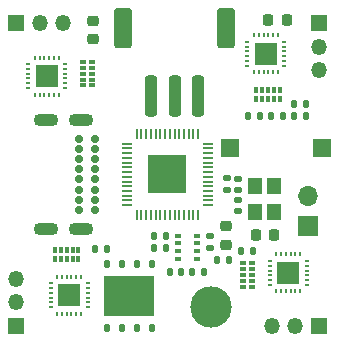
<source format=gbr>
%TF.GenerationSoftware,KiCad,Pcbnew,7.0.6*%
%TF.CreationDate,2023-07-24T08:09:00-07:00*%
%TF.ProjectId,minidrone,6d696e69-6472-46f6-9e65-2e6b69636164,rev?*%
%TF.SameCoordinates,Original*%
%TF.FileFunction,Soldermask,Top*%
%TF.FilePolarity,Negative*%
%FSLAX46Y46*%
G04 Gerber Fmt 4.6, Leading zero omitted, Abs format (unit mm)*
G04 Created by KiCad (PCBNEW 7.0.6) date 2023-07-24 08:09:00*
%MOMM*%
%LPD*%
G01*
G04 APERTURE LIST*
G04 Aperture macros list*
%AMRoundRect*
0 Rectangle with rounded corners*
0 $1 Rounding radius*
0 $2 $3 $4 $5 $6 $7 $8 $9 X,Y pos of 4 corners*
0 Add a 4 corners polygon primitive as box body*
4,1,4,$2,$3,$4,$5,$6,$7,$8,$9,$2,$3,0*
0 Add four circle primitives for the rounded corners*
1,1,$1+$1,$2,$3*
1,1,$1+$1,$4,$5*
1,1,$1+$1,$6,$7*
1,1,$1+$1,$8,$9*
0 Add four rect primitives between the rounded corners*
20,1,$1+$1,$2,$3,$4,$5,0*
20,1,$1+$1,$4,$5,$6,$7,0*
20,1,$1+$1,$6,$7,$8,$9,0*
20,1,$1+$1,$8,$9,$2,$3,0*%
G04 Aperture macros list end*
%ADD10C,3.500000*%
%ADD11R,1.900000X1.900000*%
%ADD12O,0.470000X0.200000*%
%ADD13O,0.200000X0.470000*%
%ADD14R,1.200000X1.400000*%
%ADD15R,0.500000X0.350000*%
%ADD16RoundRect,0.125000X0.125000X-0.250000X0.125000X0.250000X-0.125000X0.250000X-0.125000X-0.250000X0*%
%ADD17R,4.300000X3.400000*%
%ADD18R,0.550000X0.300000*%
%ADD19R,0.550000X0.400000*%
%ADD20R,0.300000X0.550000*%
%ADD21R,0.400000X0.550000*%
%ADD22RoundRect,0.050000X0.050000X-0.387500X0.050000X0.387500X-0.050000X0.387500X-0.050000X-0.387500X0*%
%ADD23RoundRect,0.050000X0.387500X-0.050000X0.387500X0.050000X-0.387500X0.050000X-0.387500X-0.050000X0*%
%ADD24R,3.200000X3.200000*%
%ADD25R,1.500000X1.500000*%
%ADD26RoundRect,0.135000X0.135000X0.185000X-0.135000X0.185000X-0.135000X-0.185000X0.135000X-0.185000X0*%
%ADD27RoundRect,0.135000X-0.135000X-0.185000X0.135000X-0.185000X0.135000X0.185000X-0.135000X0.185000X0*%
%ADD28RoundRect,0.135000X-0.185000X0.135000X-0.185000X-0.135000X0.185000X-0.135000X0.185000X0.135000X0*%
%ADD29R,1.700000X1.700000*%
%ADD30O,1.700000X1.700000*%
%ADD31RoundRect,0.250001X0.499999X1.449999X-0.499999X1.449999X-0.499999X-1.449999X0.499999X-1.449999X0*%
%ADD32RoundRect,0.250000X0.250000X1.500000X-0.250000X1.500000X-0.250000X-1.500000X0.250000X-1.500000X0*%
%ADD33O,2.100000X1.100000*%
%ADD34C,0.700000*%
%ADD35R,1.350000X1.350000*%
%ADD36O,1.350000X1.350000*%
%ADD37RoundRect,0.218750X0.218750X0.256250X-0.218750X0.256250X-0.218750X-0.256250X0.218750X-0.256250X0*%
%ADD38RoundRect,0.218750X0.256250X-0.218750X0.256250X0.218750X-0.256250X0.218750X-0.256250X-0.218750X0*%
%ADD39RoundRect,0.140000X-0.140000X-0.170000X0.140000X-0.170000X0.140000X0.170000X-0.140000X0.170000X0*%
%ADD40RoundRect,0.140000X0.140000X0.170000X-0.140000X0.170000X-0.140000X-0.170000X0.140000X-0.170000X0*%
%ADD41RoundRect,0.140000X-0.170000X0.140000X-0.170000X-0.140000X0.170000X-0.140000X0.170000X0.140000X0*%
G04 APERTURE END LIST*
D10*
%TO.C,REF\u002A\u002A*%
X150685800Y-78412600D03*
%TD*%
D11*
%TO.C,U7*%
X138636400Y-77380800D03*
D12*
X140201400Y-76380800D03*
X140201400Y-76780800D03*
X140201400Y-77180800D03*
X140201400Y-77580800D03*
X140201400Y-77980800D03*
X140201400Y-78380800D03*
D13*
X139636400Y-78945800D03*
X139236400Y-78945800D03*
X138836400Y-78945800D03*
X138436400Y-78945800D03*
X138036400Y-78945800D03*
X137636400Y-78945800D03*
D12*
X137071400Y-78380800D03*
X137071400Y-77980800D03*
X137071400Y-77580800D03*
X137071400Y-77180800D03*
X137071400Y-76780800D03*
X137071400Y-76380800D03*
D13*
X137636400Y-75815800D03*
X138036400Y-75815800D03*
X138436400Y-75815800D03*
X138836400Y-75815800D03*
X139236400Y-75815800D03*
X139636400Y-75815800D03*
%TD*%
D14*
%TO.C,Y2*%
X154366900Y-68145300D03*
X154366900Y-70345300D03*
X155966900Y-70345300D03*
X155966900Y-68145300D03*
%TD*%
D15*
%TO.C,U15*%
X147882000Y-74282500D03*
X147882000Y-73632500D03*
X147882000Y-72982500D03*
X147882000Y-72332500D03*
X149482000Y-72332500D03*
X149482000Y-72982500D03*
X149482000Y-73632500D03*
X149482000Y-74282500D03*
%TD*%
D16*
%TO.C,U13*%
X141831100Y-80144800D03*
X143101100Y-80144800D03*
X144371100Y-80144800D03*
X145641100Y-80144800D03*
X145641100Y-74744800D03*
X144371100Y-74744800D03*
X143101100Y-74744800D03*
X141831100Y-74744800D03*
D17*
X143736100Y-77444800D03*
%TD*%
D12*
%TO.C,U9*%
X138315400Y-59826800D03*
X138315400Y-59426800D03*
X138315400Y-59026800D03*
X138315400Y-58626800D03*
X138315400Y-58226800D03*
X138315400Y-57826800D03*
D13*
X137750400Y-57261800D03*
X137350400Y-57261800D03*
X136950400Y-57261800D03*
X136550400Y-57261800D03*
X136150400Y-57261800D03*
X135750400Y-57261800D03*
D12*
X135185400Y-57826800D03*
X135185400Y-58226800D03*
X135185400Y-58626800D03*
X135185400Y-59026800D03*
X135185400Y-59426800D03*
X135185400Y-59826800D03*
D13*
X135750400Y-60391800D03*
X136150400Y-60391800D03*
X136550400Y-60391800D03*
X136950400Y-60391800D03*
X137350400Y-60391800D03*
X137750400Y-60391800D03*
D11*
X136750400Y-58826800D03*
%TD*%
D18*
%TO.C,U8*%
X139839400Y-57626800D03*
X139839400Y-58126800D03*
D19*
X139839400Y-58626800D03*
D18*
X139839400Y-59126800D03*
X139839400Y-59626800D03*
X140609400Y-59626800D03*
X140609400Y-59126800D03*
D19*
X140609400Y-58626800D03*
D18*
X140609400Y-58126800D03*
X140609400Y-57626800D03*
%TD*%
D20*
%TO.C,U6*%
X137436400Y-73521800D03*
X137936400Y-73521800D03*
D21*
X138436400Y-73521800D03*
D20*
X138936400Y-73521800D03*
X139436400Y-73521800D03*
X139436400Y-74291800D03*
X138936400Y-74291800D03*
D21*
X138436400Y-74291800D03*
D20*
X137936400Y-74291800D03*
X137436400Y-74291800D03*
%TD*%
D12*
%TO.C,U5*%
X155625400Y-74494800D03*
X155625400Y-74894800D03*
X155625400Y-75294800D03*
X155625400Y-75694800D03*
X155625400Y-76094800D03*
X155625400Y-76494800D03*
D13*
X156190400Y-77059800D03*
X156590400Y-77059800D03*
X156990400Y-77059800D03*
X157390400Y-77059800D03*
X157790400Y-77059800D03*
X158190400Y-77059800D03*
D12*
X158755400Y-76494800D03*
X158755400Y-76094800D03*
X158755400Y-75694800D03*
X158755400Y-75294800D03*
X158755400Y-74894800D03*
X158755400Y-74494800D03*
D13*
X158190400Y-73929800D03*
X157790400Y-73929800D03*
X157390400Y-73929800D03*
X156990400Y-73929800D03*
X156590400Y-73929800D03*
X156190400Y-73929800D03*
D11*
X157190400Y-75494800D03*
%TD*%
D18*
%TO.C,U4*%
X154101400Y-76694800D03*
X154101400Y-76194800D03*
D19*
X154101400Y-75694800D03*
D18*
X154101400Y-75194800D03*
X154101400Y-74694800D03*
X153331400Y-74694800D03*
X153331400Y-75194800D03*
D19*
X153331400Y-75694800D03*
D18*
X153331400Y-76194800D03*
X153331400Y-76694800D03*
%TD*%
D20*
%TO.C,U3*%
X156504400Y-60029800D03*
X156004400Y-60029800D03*
D21*
X155504400Y-60029800D03*
D20*
X155004400Y-60029800D03*
X154504400Y-60029800D03*
X154504400Y-60799800D03*
X155004400Y-60799800D03*
D21*
X155504400Y-60799800D03*
D20*
X156004400Y-60799800D03*
X156504400Y-60799800D03*
%TD*%
D22*
%TO.C,U2*%
X144370400Y-70598300D03*
X144770400Y-70598300D03*
X145170400Y-70598300D03*
X145570400Y-70598300D03*
X145970400Y-70598300D03*
X146370400Y-70598300D03*
X146770400Y-70598300D03*
X147170400Y-70598300D03*
X147570400Y-70598300D03*
X147970400Y-70598300D03*
X148370400Y-70598300D03*
X148770400Y-70598300D03*
X149170400Y-70598300D03*
X149570400Y-70598300D03*
D23*
X150407900Y-69760800D03*
X150407900Y-69360800D03*
X150407900Y-68960800D03*
X150407900Y-68560800D03*
X150407900Y-68160800D03*
X150407900Y-67760800D03*
X150407900Y-67360800D03*
X150407900Y-66960800D03*
X150407900Y-66560800D03*
X150407900Y-66160800D03*
X150407900Y-65760800D03*
X150407900Y-65360800D03*
X150407900Y-64960800D03*
X150407900Y-64560800D03*
D22*
X149570400Y-63723300D03*
X149170400Y-63723300D03*
X148770400Y-63723300D03*
X148370400Y-63723300D03*
X147970400Y-63723300D03*
X147570400Y-63723300D03*
X147170400Y-63723300D03*
X146770400Y-63723300D03*
X146370400Y-63723300D03*
X145970400Y-63723300D03*
X145570400Y-63723300D03*
X145170400Y-63723300D03*
X144770400Y-63723300D03*
X144370400Y-63723300D03*
D23*
X143532900Y-64560800D03*
X143532900Y-64960800D03*
X143532900Y-65360800D03*
X143532900Y-65760800D03*
X143532900Y-66160800D03*
X143532900Y-66560800D03*
X143532900Y-66960800D03*
X143532900Y-67360800D03*
X143532900Y-67760800D03*
X143532900Y-68160800D03*
X143532900Y-68560800D03*
X143532900Y-68960800D03*
X143532900Y-69360800D03*
X143532900Y-69760800D03*
D24*
X146970400Y-67160800D03*
%TD*%
D11*
%TO.C,U1*%
X155304400Y-56940800D03*
D12*
X153739400Y-57940800D03*
X153739400Y-57540800D03*
X153739400Y-57140800D03*
X153739400Y-56740800D03*
X153739400Y-56340800D03*
X153739400Y-55940800D03*
D13*
X154304400Y-55375800D03*
X154704400Y-55375800D03*
X155104400Y-55375800D03*
X155504400Y-55375800D03*
X155904400Y-55375800D03*
X156304400Y-55375800D03*
D12*
X156869400Y-55940800D03*
X156869400Y-56340800D03*
X156869400Y-56740800D03*
X156869400Y-57140800D03*
X156869400Y-57540800D03*
X156869400Y-57940800D03*
D13*
X156304400Y-58505800D03*
X155904400Y-58505800D03*
X155504400Y-58505800D03*
X155104400Y-58505800D03*
X154704400Y-58505800D03*
X154304400Y-58505800D03*
%TD*%
D25*
%TO.C,SW1*%
X160042900Y-64948000D03*
X152242900Y-64948000D03*
%TD*%
D26*
%TO.C,R34*%
X154243700Y-73631700D03*
X153223700Y-73631700D03*
%TD*%
D27*
%TO.C,R30*%
X151154400Y-74364500D03*
X152174400Y-74364500D03*
%TD*%
D28*
%TO.C,R28*%
X150599600Y-72332500D03*
X150599600Y-73352500D03*
%TD*%
D27*
%TO.C,R27*%
X145820400Y-72332500D03*
X146840400Y-72332500D03*
%TD*%
%TO.C,R26*%
X145820400Y-73348500D03*
X146840400Y-73348500D03*
%TD*%
D28*
%TO.C,R24*%
X152004500Y-67445700D03*
X152004500Y-68465700D03*
%TD*%
D27*
%TO.C,R14*%
X156746400Y-62223300D03*
X155726400Y-62223300D03*
%TD*%
D26*
%TO.C,R13*%
X154820000Y-62223300D03*
X153800000Y-62223300D03*
%TD*%
D27*
%TO.C,R2*%
X157660800Y-61207300D03*
X158680800Y-61207300D03*
%TD*%
%TO.C,R1*%
X157660800Y-62223300D03*
X158680800Y-62223300D03*
%TD*%
D29*
%TO.C,J7*%
X158874500Y-71506200D03*
D30*
X158874500Y-68966200D03*
%TD*%
D31*
%TO.C,J6*%
X151928100Y-54788000D03*
X143228100Y-54788000D03*
D32*
X145578100Y-60538000D03*
X147578100Y-60538000D03*
X149578100Y-60538000D03*
%TD*%
D33*
%TO.C,J5*%
X136685400Y-71760800D03*
X139685400Y-71760800D03*
X136685400Y-62560800D03*
X139685400Y-62560800D03*
D34*
X139485400Y-64185800D03*
X139485400Y-65035800D03*
X139485400Y-65885800D03*
X139485400Y-66735800D03*
X139485400Y-67585800D03*
X139485400Y-68435800D03*
X139485400Y-69285800D03*
X139485400Y-70135800D03*
X140835400Y-70135800D03*
X140835400Y-69285800D03*
X140835400Y-68435800D03*
X140835400Y-67585800D03*
X140835400Y-66735800D03*
X140835400Y-65885800D03*
X140835400Y-65035800D03*
X140835400Y-64185800D03*
%TD*%
D35*
%TO.C,J4*%
X134150400Y-54340800D03*
D36*
X136150400Y-54340800D03*
X138150400Y-54340800D03*
%TD*%
%TO.C,J3*%
X134150400Y-75980800D03*
X134150400Y-77980800D03*
D35*
X134150400Y-79980800D03*
%TD*%
%TO.C,J2*%
X159790400Y-79980800D03*
D36*
X157790400Y-79980800D03*
X155790400Y-79980800D03*
%TD*%
%TO.C,J1*%
X159790400Y-58340800D03*
X159790400Y-56340800D03*
D35*
X159790400Y-54340800D03*
%TD*%
D37*
%TO.C,D5*%
X156017700Y-72310900D03*
X154442700Y-72310900D03*
%TD*%
D38*
%TO.C,D4*%
X140671200Y-54155800D03*
X140671200Y-55730800D03*
%TD*%
D37*
%TO.C,D3*%
X155504600Y-54054400D03*
X157079600Y-54054400D03*
%TD*%
D38*
%TO.C,D2*%
X151920400Y-71519500D03*
X151920400Y-73094500D03*
%TD*%
D39*
%TO.C,C63*%
X147150400Y-75380500D03*
X148110400Y-75380500D03*
%TD*%
D40*
%TO.C,C62*%
X149075600Y-75380500D03*
X150035600Y-75380500D03*
%TD*%
D41*
%TO.C,C58*%
X152969700Y-69329300D03*
X152969700Y-70289300D03*
%TD*%
%TO.C,C57*%
X152969700Y-68465700D03*
X152969700Y-67505700D03*
%TD*%
D40*
%TO.C,C56*%
X141811200Y-73500900D03*
X140851200Y-73500900D03*
%TD*%
M02*

</source>
